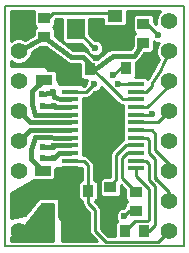
<source format=gtl>
G04 (created by PCBNEW (2013-07-07 BZR 4022)-stable) date 03-03-2014 12:21:00 AM*
%MOIN*%
G04 Gerber Fmt 3.4, Leading zero omitted, Abs format*
%FSLAX34Y34*%
G01*
G70*
G90*
G04 APERTURE LIST*
%ADD10C,0.00590551*%
%ADD11C,0.005*%
%ADD12R,0.0579X0.0165*%
%ADD13R,0.0984X0.1701*%
%ADD14R,0.055X0.035*%
%ADD15C,0.055*%
%ADD16R,0.0394X0.0374*%
%ADD17R,0.0374X0.0394*%
%ADD18R,0.0453X0.0709*%
%ADD19R,0.05X0.04*%
%ADD20R,0.06X0.065*%
%ADD21C,0.0236*%
%ADD22C,0.01*%
%ADD23C,0.015*%
G04 APERTURE END LIST*
G54D10*
G54D11*
X100Y50D02*
X100Y8050D01*
X6050Y50D02*
X100Y50D01*
X6050Y8050D02*
X6050Y50D01*
X100Y8050D02*
X6050Y8050D01*
G54D12*
X4452Y3922D03*
X4452Y4178D03*
X4452Y4434D03*
X4452Y4690D03*
X2250Y3158D03*
X4452Y3154D03*
X4452Y3410D03*
X4452Y3666D03*
X2248Y4946D03*
X2248Y4690D03*
X2248Y4434D03*
X2248Y4178D03*
X2248Y3922D03*
X2248Y3666D03*
X4452Y4946D03*
X2250Y3410D03*
X4452Y2898D03*
X4452Y5202D03*
X2248Y5202D03*
X2248Y2898D03*
X4452Y2643D03*
X4452Y5457D03*
X2248Y5457D03*
X2248Y2643D03*
G54D13*
X3225Y4075D03*
G54D14*
X1345Y2570D03*
X1345Y1820D03*
X1395Y5605D03*
X1395Y6355D03*
G54D15*
X5550Y550D03*
X5550Y1550D03*
X5550Y2550D03*
X5550Y3550D03*
X5550Y4550D03*
X5550Y5550D03*
X5550Y6550D03*
X5550Y7550D03*
X550Y550D03*
X550Y1550D03*
X550Y2550D03*
X550Y3550D03*
X550Y4550D03*
X550Y5550D03*
X550Y6550D03*
X550Y7550D03*
G54D16*
X4700Y7465D03*
X4700Y6835D03*
G54D17*
X2865Y1900D03*
X2235Y1900D03*
X4135Y6000D03*
X4765Y6000D03*
G54D16*
X1400Y7035D03*
X1400Y7665D03*
G54D18*
X1509Y550D03*
X2691Y550D03*
G54D17*
X2115Y1300D03*
X1485Y1300D03*
G54D16*
X4450Y1865D03*
X4450Y1235D03*
G54D17*
X2915Y5950D03*
X2285Y5950D03*
X4085Y550D03*
X4715Y550D03*
G54D16*
X3600Y2015D03*
X3600Y1385D03*
G54D19*
X3750Y6825D03*
G54D20*
X2450Y7275D03*
G54D19*
X3750Y7725D03*
G54D21*
X3050Y5450D03*
X2900Y3250D03*
X1864Y7305D03*
X4186Y7287D03*
X3525Y3225D03*
X3200Y5050D03*
X3200Y3450D03*
X2900Y4825D03*
X3200Y3050D03*
X3525Y4050D03*
X3200Y4250D03*
X2900Y4425D03*
X3200Y2650D03*
X3232Y7269D03*
X3525Y4450D03*
X2569Y6649D03*
X5068Y6454D03*
X1852Y5973D03*
X3525Y2875D03*
X3200Y3850D03*
X3450Y900D03*
X3525Y3575D03*
X3525Y2450D03*
X3900Y3800D03*
X2625Y1175D03*
X2900Y4050D03*
X3200Y4650D03*
X2900Y3675D03*
X3900Y4225D03*
X3525Y4875D03*
X1700Y5175D03*
X1325Y5125D03*
X1725Y3000D03*
X1350Y2975D03*
X4975Y4450D03*
X3700Y5750D03*
X3100Y6650D03*
X3865Y5457D03*
X5200Y7100D03*
X4050Y1050D03*
X1725Y4725D03*
X1350Y3350D03*
X1725Y3375D03*
X1350Y4725D03*
G54D22*
X3050Y5450D02*
X2802Y5202D01*
X2802Y5202D02*
X2248Y5202D01*
X2865Y2760D02*
X2865Y1900D01*
X5200Y200D02*
X3450Y200D01*
X3100Y1250D02*
X2865Y1485D01*
X2727Y2898D02*
X2865Y2760D01*
X2248Y2898D02*
X2727Y2898D01*
X3100Y550D02*
X3100Y1250D01*
X2865Y1485D02*
X2865Y1900D01*
X3450Y200D02*
X3100Y550D01*
X5550Y550D02*
X5200Y200D01*
G54D23*
X2240Y1175D02*
X2625Y1175D01*
G54D22*
X3200Y4650D02*
X3200Y4250D01*
X4765Y6000D02*
X4765Y6151D01*
X1909Y6921D02*
X2301Y6653D01*
X3232Y7269D02*
X3676Y6825D01*
X2301Y6653D02*
X2569Y6649D01*
X2900Y4425D02*
X2900Y4825D01*
X1864Y7305D02*
X1887Y7282D01*
X3225Y4075D02*
X3525Y3775D01*
X3724Y6825D02*
X4186Y7287D01*
X1887Y7282D02*
X1909Y6921D01*
X3900Y3800D02*
X3450Y3800D01*
X3525Y4050D02*
X3525Y4450D01*
X3200Y3850D02*
X3200Y3450D01*
X3676Y6825D02*
X3724Y6825D01*
X2900Y3675D02*
X2900Y4050D01*
X3525Y3225D02*
X3225Y4075D01*
X3200Y3050D02*
X3200Y2650D01*
G54D23*
X3450Y900D02*
X3450Y1235D01*
G54D22*
X4765Y6151D02*
X5068Y6454D01*
X1852Y5973D02*
X1470Y6355D01*
X3525Y3775D02*
X3525Y3575D01*
X1470Y6355D02*
X1395Y6355D01*
X3525Y4875D02*
X3525Y4600D01*
G54D23*
X3450Y1235D02*
X3600Y1385D01*
X2115Y1300D02*
X2240Y1175D01*
G54D22*
X3150Y5050D02*
X3200Y5050D01*
X3450Y3800D02*
X2900Y3250D01*
X3525Y2450D02*
X3525Y2875D01*
X3525Y4600D02*
X3900Y4225D01*
G54D23*
X2248Y4178D02*
X922Y4178D01*
X922Y4178D02*
X550Y4550D01*
X2248Y4946D02*
X1925Y4950D01*
X1725Y5025D02*
X1700Y5175D01*
X1925Y4950D02*
X1725Y5025D01*
X1700Y5175D02*
X1575Y5150D01*
X1575Y5150D02*
X1325Y5125D01*
X2248Y3922D02*
X922Y3922D01*
X922Y3922D02*
X550Y3550D01*
X1725Y3000D02*
X1700Y2975D01*
X2250Y3158D02*
X1883Y3158D01*
X1700Y2975D02*
X1350Y2975D01*
X1883Y3158D02*
X1725Y3000D01*
G54D22*
X4834Y3666D02*
X4452Y3666D01*
X5100Y2950D02*
X5100Y2350D01*
X5100Y2950D02*
X4900Y3150D01*
X5550Y1550D02*
X5550Y1850D01*
X5100Y2350D02*
X5100Y2350D01*
X4900Y3600D02*
X4900Y3150D01*
X5550Y1850D02*
X5100Y2300D01*
X4900Y3150D02*
X4900Y3600D01*
X4502Y3666D02*
X4834Y3666D01*
X5100Y2350D02*
X5550Y1850D01*
X5100Y2300D02*
X5100Y2950D01*
X4900Y3600D02*
X4834Y3666D01*
X4834Y3666D02*
X4900Y3600D01*
X5100Y3250D02*
X5100Y3800D01*
X4502Y3922D02*
X4978Y3922D01*
X5550Y2800D02*
X5100Y3250D01*
X5550Y2550D02*
X5550Y2800D01*
X5100Y3800D02*
X5100Y3250D01*
X5100Y3250D02*
X5550Y2800D01*
X5100Y3800D02*
X4978Y3922D01*
X4978Y3922D02*
X4452Y3922D01*
X4978Y3922D02*
X5100Y3800D01*
X3600Y7825D02*
X3750Y7675D01*
X1400Y7665D02*
X1540Y7665D01*
X1700Y7825D02*
X3650Y7825D01*
X3650Y7825D02*
X3750Y7725D01*
X1540Y7665D02*
X1700Y7825D01*
X4452Y2398D02*
X4700Y2150D01*
X4900Y950D02*
X4850Y900D01*
X4700Y2150D02*
X4900Y1950D01*
X4452Y2643D02*
X4452Y2398D01*
X4435Y900D02*
X4085Y550D01*
X4850Y900D02*
X4435Y900D01*
X4900Y1950D02*
X4900Y950D01*
X4452Y3154D02*
X4154Y3154D01*
X4000Y2315D02*
X4450Y1865D01*
X4000Y3000D02*
X4000Y2315D01*
X4154Y3154D02*
X4000Y3000D01*
G54D23*
X1000Y5210D02*
X1395Y5605D01*
X1075Y4425D02*
X1000Y4800D01*
X1000Y4800D02*
X1000Y5210D01*
X2248Y4434D02*
X1075Y4425D01*
G54D22*
X3800Y2300D02*
X3600Y2015D01*
X4110Y3410D02*
X3800Y3100D01*
X3800Y3100D02*
X3800Y2300D01*
X4452Y3410D02*
X4110Y3410D01*
G54D23*
X950Y3250D02*
X950Y2965D01*
X1100Y3675D02*
X950Y3250D01*
X950Y2965D02*
X1345Y2570D01*
X2248Y3666D02*
X1100Y3675D01*
G54D22*
X4900Y550D02*
X5100Y750D01*
X4900Y2250D02*
X5100Y2050D01*
X4802Y2898D02*
X4452Y2898D01*
X5100Y1200D02*
X5100Y900D01*
X5100Y750D02*
X5100Y900D01*
X5100Y2050D02*
X5100Y1200D01*
X4802Y2898D02*
X4900Y2800D01*
X4715Y550D02*
X4900Y550D01*
X4900Y2800D02*
X4900Y2250D01*
X3950Y6000D02*
X4135Y6000D01*
X4452Y4434D02*
X4959Y4434D01*
X3700Y5750D02*
X3950Y6000D01*
X4959Y4434D02*
X4975Y4450D01*
X3000Y6725D02*
X3025Y6725D01*
X2450Y7275D02*
X3000Y6725D01*
X3025Y6725D02*
X3100Y6650D01*
X3865Y5457D02*
X4452Y5457D01*
X4452Y4178D02*
X5178Y4178D01*
X5178Y4178D02*
X5550Y4550D01*
X4452Y4690D02*
X4840Y4690D01*
X4835Y7465D02*
X4700Y7465D01*
X5550Y5400D02*
X5550Y5550D01*
X4840Y4690D02*
X5550Y5400D01*
X5200Y7100D02*
X4835Y7465D01*
X4452Y5202D02*
X4802Y5202D01*
X4802Y5202D02*
X5000Y5400D01*
X5000Y5500D02*
X5250Y5900D01*
X5250Y5900D02*
X5550Y6550D01*
X5000Y5400D02*
X5000Y5500D01*
X5000Y5500D02*
X5000Y5500D01*
G54D23*
X552Y6552D02*
X1400Y7035D01*
X2700Y6350D02*
X2915Y6135D01*
G54D22*
X4129Y4946D02*
X4125Y4950D01*
G54D23*
X2600Y6350D02*
X2700Y6350D01*
G54D22*
X3275Y5675D02*
X3000Y5950D01*
G54D23*
X3675Y6400D02*
X4390Y6400D01*
X2915Y6135D02*
X2915Y5950D01*
X2600Y6350D02*
X2281Y6355D01*
X3100Y5950D02*
X3675Y6400D01*
X4390Y6400D02*
X4700Y6835D01*
X2915Y5950D02*
X2915Y5965D01*
G54D22*
X4000Y4950D02*
X4000Y4975D01*
X4125Y4950D02*
X4025Y4950D01*
X3975Y4975D02*
X3275Y5675D01*
X4025Y4950D02*
X4000Y4950D01*
G54D23*
X550Y6550D02*
X552Y6552D01*
X2915Y5950D02*
X3100Y5950D01*
X1400Y7035D02*
X2281Y6355D01*
G54D22*
X3000Y5950D02*
X2915Y5950D01*
X4452Y4946D02*
X4129Y4946D01*
X4000Y4975D02*
X3975Y4975D01*
X550Y550D02*
X1509Y550D01*
X4235Y1235D02*
X4050Y1050D01*
X4450Y1235D02*
X4235Y1235D01*
G54D23*
X1760Y4690D02*
X2248Y4690D01*
X1350Y4725D02*
X1725Y4725D01*
X1350Y4725D02*
X1350Y4725D01*
X1725Y3375D02*
X1700Y3350D01*
X1700Y3350D02*
X1350Y3350D01*
X2250Y3410D02*
X1760Y3410D01*
X1760Y3410D02*
X1725Y3375D01*
X1725Y4725D02*
X1760Y4690D01*
G54D10*
G36*
X1700Y225D02*
X275Y225D01*
X275Y341D01*
X583Y511D01*
X1324Y1450D01*
X1700Y1450D01*
X1700Y225D01*
X1700Y225D01*
G37*
G54D22*
X1700Y225D02*
X275Y225D01*
X275Y341D01*
X583Y511D01*
X1324Y1450D01*
X1700Y1450D01*
X1700Y225D01*
G54D10*
G36*
X1122Y7350D02*
X1118Y7348D01*
X1076Y7306D01*
X1054Y7251D01*
X1054Y7192D01*
X1054Y7098D01*
X753Y6926D01*
X635Y6975D01*
X466Y6975D01*
X310Y6911D01*
X275Y6876D01*
X275Y7875D01*
X1054Y7875D01*
X1054Y7822D01*
X1054Y7448D01*
X1077Y7393D01*
X1119Y7351D01*
X1122Y7350D01*
X1122Y7350D01*
G37*
G54D22*
X1122Y7350D02*
X1118Y7348D01*
X1076Y7306D01*
X1054Y7251D01*
X1054Y7192D01*
X1054Y7098D01*
X753Y6926D01*
X635Y6975D01*
X466Y6975D01*
X310Y6911D01*
X275Y6876D01*
X275Y7875D01*
X1054Y7875D01*
X1054Y7822D01*
X1054Y7448D01*
X1077Y7393D01*
X1119Y7351D01*
X1122Y7350D01*
G54D10*
G36*
X2825Y5604D02*
X2823Y5602D01*
X2782Y5504D01*
X2782Y5465D01*
X2719Y5402D01*
X2675Y5402D01*
X2675Y5450D01*
X1900Y5450D01*
X1900Y5508D01*
X1819Y5601D01*
X1819Y5810D01*
X1796Y5865D01*
X1754Y5907D01*
X1699Y5929D01*
X1640Y5929D01*
X1529Y5929D01*
X1423Y6050D01*
X275Y6050D01*
X275Y6224D01*
X309Y6190D01*
X465Y6125D01*
X634Y6125D01*
X790Y6189D01*
X910Y6309D01*
X975Y6465D01*
X975Y6535D01*
X1262Y6699D01*
X1466Y6699D01*
X2142Y6177D01*
X2171Y6163D01*
X2192Y6148D01*
X2207Y6145D01*
X2221Y6138D01*
X2248Y6137D01*
X2277Y6130D01*
X2579Y6126D01*
X2579Y6117D01*
X2579Y5723D01*
X2602Y5668D01*
X2644Y5626D01*
X2699Y5604D01*
X2758Y5604D01*
X2825Y5604D01*
X2825Y5604D01*
G37*
G54D22*
X2825Y5604D02*
X2823Y5602D01*
X2782Y5504D01*
X2782Y5465D01*
X2719Y5402D01*
X2675Y5402D01*
X2675Y5450D01*
X1900Y5450D01*
X1900Y5508D01*
X1819Y5601D01*
X1819Y5810D01*
X1796Y5865D01*
X1754Y5907D01*
X1699Y5929D01*
X1640Y5929D01*
X1529Y5929D01*
X1423Y6050D01*
X275Y6050D01*
X275Y6224D01*
X309Y6190D01*
X465Y6125D01*
X634Y6125D01*
X790Y6189D01*
X910Y6309D01*
X975Y6465D01*
X975Y6535D01*
X1262Y6699D01*
X1466Y6699D01*
X2142Y6177D01*
X2171Y6163D01*
X2192Y6148D01*
X2207Y6145D01*
X2221Y6138D01*
X2248Y6137D01*
X2277Y6130D01*
X2579Y6126D01*
X2579Y6117D01*
X2579Y5723D01*
X2602Y5668D01*
X2644Y5626D01*
X2699Y5604D01*
X2758Y5604D01*
X2825Y5604D01*
G54D10*
G36*
X3142Y225D02*
X2000Y225D01*
X2000Y921D01*
X1900Y1021D01*
X1900Y1650D01*
X1226Y1650D01*
X773Y1096D01*
X284Y998D01*
X275Y994D01*
X275Y1836D01*
X1062Y2246D01*
X1100Y2246D01*
X1650Y2246D01*
X1705Y2269D01*
X1747Y2311D01*
X1769Y2366D01*
X1769Y2425D01*
X1769Y2615D01*
X1837Y2650D01*
X2665Y2650D01*
X2665Y2246D01*
X2648Y2246D01*
X2593Y2223D01*
X2551Y2181D01*
X2529Y2126D01*
X2529Y2067D01*
X2529Y1673D01*
X2552Y1618D01*
X2594Y1576D01*
X2649Y1554D01*
X2665Y1554D01*
X2665Y1485D01*
X2680Y1408D01*
X2724Y1344D01*
X2900Y1168D01*
X2900Y550D01*
X2915Y473D01*
X2959Y409D01*
X3142Y225D01*
X3142Y225D01*
G37*
G54D22*
X3142Y225D02*
X2000Y225D01*
X2000Y921D01*
X1900Y1021D01*
X1900Y1650D01*
X1226Y1650D01*
X773Y1096D01*
X284Y998D01*
X275Y994D01*
X275Y1836D01*
X1062Y2246D01*
X1100Y2246D01*
X1650Y2246D01*
X1705Y2269D01*
X1747Y2311D01*
X1769Y2366D01*
X1769Y2425D01*
X1769Y2615D01*
X1837Y2650D01*
X2665Y2650D01*
X2665Y2246D01*
X2648Y2246D01*
X2593Y2223D01*
X2551Y2181D01*
X2529Y2126D01*
X2529Y2067D01*
X2529Y1673D01*
X2552Y1618D01*
X2594Y1576D01*
X2649Y1554D01*
X2665Y1554D01*
X2665Y1485D01*
X2680Y1408D01*
X2724Y1344D01*
X2900Y1168D01*
X2900Y550D01*
X2915Y473D01*
X2959Y409D01*
X3142Y225D01*
G54D10*
G36*
X4172Y1550D02*
X4168Y1548D01*
X4126Y1506D01*
X4104Y1451D01*
X4104Y1392D01*
X4104Y1384D01*
X4093Y1376D01*
X4035Y1318D01*
X3997Y1318D01*
X3898Y1277D01*
X3823Y1202D01*
X3782Y1104D01*
X3782Y997D01*
X3823Y898D01*
X3837Y884D01*
X3813Y873D01*
X3771Y831D01*
X3749Y776D01*
X3749Y717D01*
X3749Y400D01*
X3532Y400D01*
X3300Y633D01*
X3300Y1250D01*
X3285Y1327D01*
X3241Y1391D01*
X3241Y1392D01*
X3078Y1554D01*
X3082Y1554D01*
X3137Y1577D01*
X3179Y1619D01*
X3201Y1674D01*
X3201Y1733D01*
X3201Y2127D01*
X3178Y2182D01*
X3136Y2224D01*
X3081Y2246D01*
X3065Y2246D01*
X3065Y2760D01*
X3050Y2836D01*
X3050Y2837D01*
X3028Y2869D01*
X3006Y2901D01*
X3006Y2902D01*
X2868Y3039D01*
X2804Y3083D01*
X2727Y3098D01*
X2688Y3098D01*
X2688Y3106D01*
X2688Y3270D01*
X2682Y3285D01*
X2688Y3299D01*
X2688Y3358D01*
X2688Y3522D01*
X2680Y3541D01*
X2686Y3555D01*
X2686Y3614D01*
X2686Y3778D01*
X2679Y3795D01*
X2686Y3811D01*
X2686Y3870D01*
X2686Y4034D01*
X2679Y4051D01*
X2686Y4067D01*
X2686Y4126D01*
X2686Y4290D01*
X2679Y4307D01*
X2686Y4323D01*
X2686Y4382D01*
X2686Y4546D01*
X2679Y4563D01*
X2686Y4579D01*
X2686Y4638D01*
X2686Y4802D01*
X2679Y4819D01*
X2686Y4835D01*
X2686Y4894D01*
X2686Y5002D01*
X2802Y5002D01*
X2802Y5003D01*
X2878Y5017D01*
X2879Y5017D01*
X2943Y5061D01*
X3064Y5182D01*
X3103Y5182D01*
X3202Y5223D01*
X3277Y5298D01*
X3304Y5364D01*
X3833Y4834D01*
X3834Y4834D01*
X3848Y4824D01*
X3849Y4823D01*
X3859Y4809D01*
X3923Y4765D01*
X4000Y4750D01*
X4014Y4750D01*
X4014Y4742D01*
X4014Y4578D01*
X4020Y4562D01*
X4014Y4545D01*
X4014Y4486D01*
X4014Y4322D01*
X4020Y4306D01*
X4014Y4289D01*
X4014Y4230D01*
X4014Y4066D01*
X4020Y4050D01*
X4014Y4033D01*
X4014Y3974D01*
X4014Y3810D01*
X4020Y3794D01*
X4014Y3777D01*
X4014Y3718D01*
X4014Y3583D01*
X3968Y3551D01*
X3659Y3241D01*
X3615Y3177D01*
X3600Y3100D01*
X3600Y2364D01*
X3591Y2351D01*
X3373Y2351D01*
X3318Y2328D01*
X3276Y2286D01*
X3254Y2231D01*
X3254Y2172D01*
X3254Y1798D01*
X3277Y1743D01*
X3319Y1701D01*
X3374Y1679D01*
X3433Y1679D01*
X3827Y1679D01*
X3882Y1702D01*
X3924Y1744D01*
X3946Y1799D01*
X3946Y1858D01*
X3946Y2087D01*
X4104Y1929D01*
X4104Y1648D01*
X4127Y1593D01*
X4169Y1551D01*
X4172Y1550D01*
X4172Y1550D01*
G37*
G54D22*
X4172Y1550D02*
X4168Y1548D01*
X4126Y1506D01*
X4104Y1451D01*
X4104Y1392D01*
X4104Y1384D01*
X4093Y1376D01*
X4035Y1318D01*
X3997Y1318D01*
X3898Y1277D01*
X3823Y1202D01*
X3782Y1104D01*
X3782Y997D01*
X3823Y898D01*
X3837Y884D01*
X3813Y873D01*
X3771Y831D01*
X3749Y776D01*
X3749Y717D01*
X3749Y400D01*
X3532Y400D01*
X3300Y633D01*
X3300Y1250D01*
X3285Y1327D01*
X3241Y1391D01*
X3241Y1392D01*
X3078Y1554D01*
X3082Y1554D01*
X3137Y1577D01*
X3179Y1619D01*
X3201Y1674D01*
X3201Y1733D01*
X3201Y2127D01*
X3178Y2182D01*
X3136Y2224D01*
X3081Y2246D01*
X3065Y2246D01*
X3065Y2760D01*
X3050Y2836D01*
X3050Y2837D01*
X3028Y2869D01*
X3006Y2901D01*
X3006Y2902D01*
X2868Y3039D01*
X2804Y3083D01*
X2727Y3098D01*
X2688Y3098D01*
X2688Y3106D01*
X2688Y3270D01*
X2682Y3285D01*
X2688Y3299D01*
X2688Y3358D01*
X2688Y3522D01*
X2680Y3541D01*
X2686Y3555D01*
X2686Y3614D01*
X2686Y3778D01*
X2679Y3795D01*
X2686Y3811D01*
X2686Y3870D01*
X2686Y4034D01*
X2679Y4051D01*
X2686Y4067D01*
X2686Y4126D01*
X2686Y4290D01*
X2679Y4307D01*
X2686Y4323D01*
X2686Y4382D01*
X2686Y4546D01*
X2679Y4563D01*
X2686Y4579D01*
X2686Y4638D01*
X2686Y4802D01*
X2679Y4819D01*
X2686Y4835D01*
X2686Y4894D01*
X2686Y5002D01*
X2802Y5002D01*
X2802Y5003D01*
X2878Y5017D01*
X2879Y5017D01*
X2943Y5061D01*
X3064Y5182D01*
X3103Y5182D01*
X3202Y5223D01*
X3277Y5298D01*
X3304Y5364D01*
X3833Y4834D01*
X3834Y4834D01*
X3848Y4824D01*
X3849Y4823D01*
X3859Y4809D01*
X3923Y4765D01*
X4000Y4750D01*
X4014Y4750D01*
X4014Y4742D01*
X4014Y4578D01*
X4020Y4562D01*
X4014Y4545D01*
X4014Y4486D01*
X4014Y4322D01*
X4020Y4306D01*
X4014Y4289D01*
X4014Y4230D01*
X4014Y4066D01*
X4020Y4050D01*
X4014Y4033D01*
X4014Y3974D01*
X4014Y3810D01*
X4020Y3794D01*
X4014Y3777D01*
X4014Y3718D01*
X4014Y3583D01*
X3968Y3551D01*
X3659Y3241D01*
X3615Y3177D01*
X3600Y3100D01*
X3600Y2364D01*
X3591Y2351D01*
X3373Y2351D01*
X3318Y2328D01*
X3276Y2286D01*
X3254Y2231D01*
X3254Y2172D01*
X3254Y1798D01*
X3277Y1743D01*
X3319Y1701D01*
X3374Y1679D01*
X3433Y1679D01*
X3827Y1679D01*
X3882Y1702D01*
X3924Y1744D01*
X3946Y1799D01*
X3946Y1858D01*
X3946Y2087D01*
X4104Y1929D01*
X4104Y1648D01*
X4127Y1593D01*
X4169Y1551D01*
X4172Y1550D01*
G54D10*
G36*
X5231Y6832D02*
X5190Y6791D01*
X5125Y6635D01*
X5125Y6466D01*
X5189Y6310D01*
X5209Y6290D01*
X5071Y5992D01*
X4851Y5640D01*
X4825Y5666D01*
X4770Y5688D01*
X4711Y5688D01*
X4418Y5688D01*
X4449Y5719D01*
X4471Y5774D01*
X4471Y5833D01*
X4471Y6192D01*
X4476Y6192D01*
X4491Y6203D01*
X4509Y6209D01*
X4528Y6228D01*
X4549Y6241D01*
X4558Y6256D01*
X4573Y6269D01*
X4736Y6499D01*
X4927Y6499D01*
X4982Y6522D01*
X5024Y6564D01*
X5046Y6619D01*
X5046Y6678D01*
X5046Y6875D01*
X5048Y6873D01*
X5146Y6832D01*
X5231Y6832D01*
X5231Y6832D01*
G37*
G54D22*
X5231Y6832D02*
X5190Y6791D01*
X5125Y6635D01*
X5125Y6466D01*
X5189Y6310D01*
X5209Y6290D01*
X5071Y5992D01*
X4851Y5640D01*
X4825Y5666D01*
X4770Y5688D01*
X4711Y5688D01*
X4418Y5688D01*
X4449Y5719D01*
X4471Y5774D01*
X4471Y5833D01*
X4471Y6192D01*
X4476Y6192D01*
X4491Y6203D01*
X4509Y6209D01*
X4528Y6228D01*
X4549Y6241D01*
X4558Y6256D01*
X4573Y6269D01*
X4736Y6499D01*
X4927Y6499D01*
X4982Y6522D01*
X5024Y6564D01*
X5046Y6619D01*
X5046Y6678D01*
X5046Y6875D01*
X5048Y6873D01*
X5146Y6832D01*
X5231Y6832D01*
G54D10*
G36*
X5274Y7875D02*
X5190Y7791D01*
X5125Y7635D01*
X5125Y7466D01*
X5130Y7452D01*
X5046Y7537D01*
X5046Y7682D01*
X5023Y7737D01*
X4981Y7779D01*
X4926Y7801D01*
X4867Y7801D01*
X4473Y7801D01*
X4418Y7778D01*
X4376Y7736D01*
X4354Y7681D01*
X4354Y7622D01*
X4354Y7248D01*
X4377Y7193D01*
X4419Y7151D01*
X4422Y7150D01*
X4418Y7148D01*
X4376Y7106D01*
X4354Y7051D01*
X4354Y6992D01*
X4354Y6737D01*
X4274Y6625D01*
X3675Y6625D01*
X3639Y6618D01*
X3615Y6616D01*
X3605Y6612D01*
X3589Y6608D01*
X3559Y6589D01*
X3537Y6577D01*
X3161Y6284D01*
X3131Y6296D01*
X3072Y6296D01*
X2859Y6509D01*
X2786Y6558D01*
X2700Y6575D01*
X2603Y6575D01*
X2357Y6579D01*
X1746Y7053D01*
X1746Y7252D01*
X1723Y7307D01*
X1681Y7349D01*
X1677Y7351D01*
X1682Y7352D01*
X1724Y7394D01*
X1746Y7449D01*
X1746Y7508D01*
X1746Y7589D01*
X1782Y7625D01*
X2001Y7625D01*
X2001Y7570D01*
X2001Y6920D01*
X2024Y6865D01*
X2066Y6823D01*
X2121Y6801D01*
X2180Y6801D01*
X2641Y6801D01*
X2832Y6611D01*
X2832Y6597D01*
X2873Y6498D01*
X2948Y6423D01*
X3046Y6382D01*
X3153Y6382D01*
X3252Y6423D01*
X3327Y6498D01*
X3368Y6596D01*
X3368Y6703D01*
X3327Y6802D01*
X3252Y6877D01*
X3154Y6918D01*
X3089Y6918D01*
X2899Y7109D01*
X2899Y7625D01*
X3351Y7625D01*
X3351Y7495D01*
X3374Y7440D01*
X3416Y7398D01*
X3471Y7376D01*
X3530Y7376D01*
X4030Y7376D01*
X4085Y7399D01*
X4127Y7441D01*
X4149Y7496D01*
X4149Y7555D01*
X4149Y7875D01*
X5274Y7875D01*
X5274Y7875D01*
G37*
G54D22*
X5274Y7875D02*
X5190Y7791D01*
X5125Y7635D01*
X5125Y7466D01*
X5130Y7452D01*
X5046Y7537D01*
X5046Y7682D01*
X5023Y7737D01*
X4981Y7779D01*
X4926Y7801D01*
X4867Y7801D01*
X4473Y7801D01*
X4418Y7778D01*
X4376Y7736D01*
X4354Y7681D01*
X4354Y7622D01*
X4354Y7248D01*
X4377Y7193D01*
X4419Y7151D01*
X4422Y7150D01*
X4418Y7148D01*
X4376Y7106D01*
X4354Y7051D01*
X4354Y6992D01*
X4354Y6737D01*
X4274Y6625D01*
X3675Y6625D01*
X3639Y6618D01*
X3615Y6616D01*
X3605Y6612D01*
X3589Y6608D01*
X3559Y6589D01*
X3537Y6577D01*
X3161Y6284D01*
X3131Y6296D01*
X3072Y6296D01*
X2859Y6509D01*
X2786Y6558D01*
X2700Y6575D01*
X2603Y6575D01*
X2357Y6579D01*
X1746Y7053D01*
X1746Y7252D01*
X1723Y7307D01*
X1681Y7349D01*
X1677Y7351D01*
X1682Y7352D01*
X1724Y7394D01*
X1746Y7449D01*
X1746Y7508D01*
X1746Y7589D01*
X1782Y7625D01*
X2001Y7625D01*
X2001Y7570D01*
X2001Y6920D01*
X2024Y6865D01*
X2066Y6823D01*
X2121Y6801D01*
X2180Y6801D01*
X2641Y6801D01*
X2832Y6611D01*
X2832Y6597D01*
X2873Y6498D01*
X2948Y6423D01*
X3046Y6382D01*
X3153Y6382D01*
X3252Y6423D01*
X3327Y6498D01*
X3368Y6596D01*
X3368Y6703D01*
X3327Y6802D01*
X3252Y6877D01*
X3154Y6918D01*
X3089Y6918D01*
X2899Y7109D01*
X2899Y7625D01*
X3351Y7625D01*
X3351Y7495D01*
X3374Y7440D01*
X3416Y7398D01*
X3471Y7376D01*
X3530Y7376D01*
X4030Y7376D01*
X4085Y7399D01*
X4127Y7441D01*
X4149Y7496D01*
X4149Y7555D01*
X4149Y7875D01*
X5274Y7875D01*
M02*

</source>
